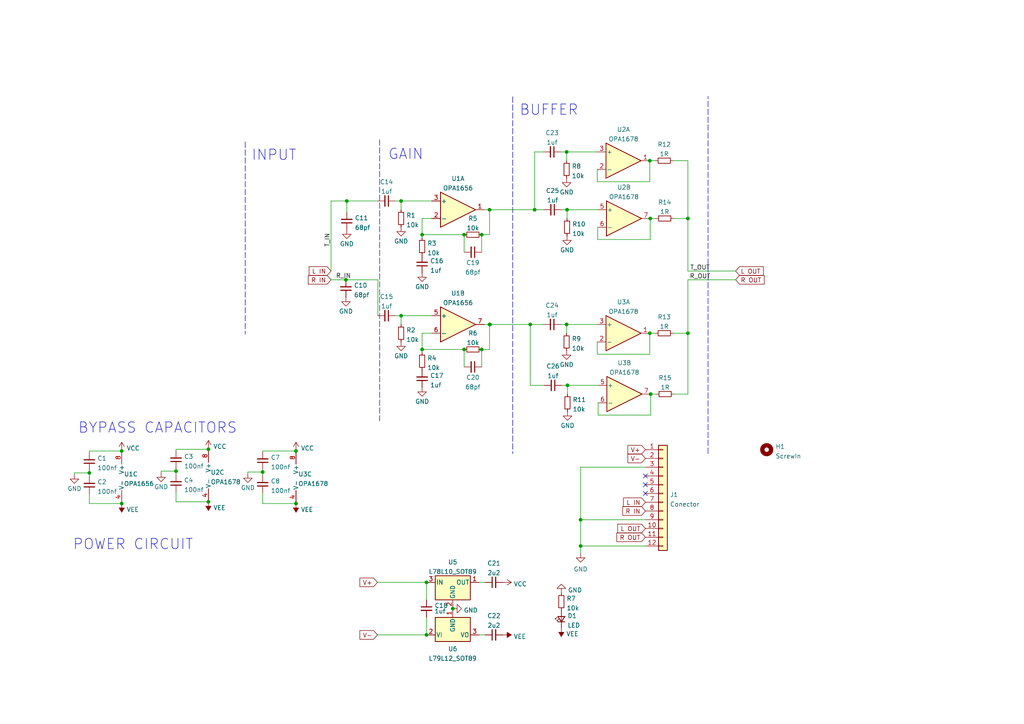
<source format=kicad_sch>
(kicad_sch (version 20211123) (generator eeschema)
  (paper "A4")
  (lib_symbols
    (symbol "Amplifier_Operational:OPA1678" (pin_names (offset 0.127))
      (property "Reference" "U" (at 0 5.08 0))
      (property "Value" "OPA1678" (at 0 -5.08 0))
      (symbol "OPA1678_1_1"
        (polyline (pts (xy -5.08 5.08) (xy 5.08 0) (xy -5.08 -5.08) (xy -5.08 5.08)) (stroke (width 0.254)) (fill (type background)))
        (pin output line (at 7.62 0 180) (length 2.54) (name "~") (number "1"))
        (pin input line (at -7.62 -2.54 0) (length 2.54) (name "-") (number "2"))
        (pin input line (at -7.62 2.54 0) (length 2.54) (name "+") (number "3"))
      )
      (symbol "OPA1678_2_1"
        (polyline (pts (xy -5.08 5.08) (xy 5.08 0) (xy -5.08 -5.08) (xy -5.08 5.08)) (stroke (width 0.254)) (fill (type background)))
        (pin input line (at -7.62 2.54 0) (length 2.54) (name "+") (number "5"))
        (pin input line (at -7.62 -2.54 0) (length 2.54) (name "-") (number "6"))
        (pin output line (at 7.62 0 180) (length 2.54) (name "~") (number "7"))
      )
      (symbol "OPA1678_3_1"
        (pin power_in line (at -2.54 -7.62 90) (length 3.81) (name "V-") (number "4"))
        (pin power_in line (at -2.54 7.62 270) (length 3.81) (name "V+") (number "8"))
      )
    )
    (symbol "Connector_Generic:Conn_01x12" (pin_names (offset 1.016) hide)
      (property "Reference" "J" (at 0 15.24 0))
      (property "Value" "Conn_01x12" (at 0 -17.78 0))
      (symbol "Conn_01x12_1_1"
        (rectangle (start -1.27 -15.113) (end 0 -15.367) (stroke (width 0.1524)))
        (rectangle (start -1.27 -12.573) (end 0 -12.827) (stroke (width 0.1524)))
        (rectangle (start -1.27 -10.033) (end 0 -10.287) (stroke (width 0.1524)))
        (rectangle (start -1.27 -7.493) (end 0 -7.747) (stroke (width 0.1524)))
        (rectangle (start -1.27 -4.953) (end 0 -5.207) (stroke (width 0.1524)))
        (rectangle (start -1.27 -2.413) (end 0 -2.667) (stroke (width 0.1524)))
        (rectangle (start -1.27 0.127) (end 0 -0.127) (stroke (width 0.1524)))
        (rectangle (start -1.27 2.667) (end 0 2.413) (stroke (width 0.1524)))
        (rectangle (start -1.27 5.207) (end 0 4.953) (stroke (width 0.1524)))
        (rectangle (start -1.27 7.747) (end 0 7.493) (stroke (width 0.1524)))
        (rectangle (start -1.27 10.287) (end 0 10.033) (stroke (width 0.1524)))
        (rectangle (start -1.27 12.827) (end 0 12.573) (stroke (width 0.1524)))
        (rectangle (start -1.27 13.97) (end 1.27 -16.51) (stroke (width 0.254)) (fill (type background)))
        (pin passive line (at -5.08 12.7 0) (length 3.81) (name "Pin_1") (number "1"))
        (pin passive line (at -5.08 -10.16 0) (length 3.81) (name "Pin_10") (number "10"))
        (pin passive line (at -5.08 -12.7 0) (length 3.81) (name "Pin_11") (number "11"))
        (pin passive line (at -5.08 -15.24 0) (length 3.81) (name "Pin_12") (number "12"))
        (pin passive line (at -5.08 10.16 0) (length 3.81) (name "Pin_2") (number "2"))
        (pin passive line (at -5.08 7.62 0) (length 3.81) (name "Pin_3") (number "3"))
        (pin passive line (at -5.08 5.08 0) (length 3.81) (name "Pin_4") (number "4"))
        (pin passive line (at -5.08 2.54 0) (length 3.81) (name "Pin_5") (number "5"))
        (pin passive line (at -5.08 0 0) (length 3.81) (name "Pin_6") (number "6"))
        (pin passive line (at -5.08 -2.54 0) (length 3.81) (name "Pin_7") (number "7"))
        (pin passive line (at -5.08 -5.08 0) (length 3.81) (name "Pin_8") (number "8"))
        (pin passive line (at -5.08 -7.62 0) (length 3.81) (name "Pin_9") (number "9"))
      )
    )
    (symbol "Device:C_Small" (pin_numbers hide) (pin_names (offset 0.254) hide)
      (property "Reference" "C" (at 0.254 1.778 0))
      (property "Value" "C_Small" (at 0.254 -2.032 0))
      (symbol "C_Small_0_1"
        (polyline (pts (xy -1.524 -0.508) (xy 1.524 -0.508)) (stroke (width 0.3302)))
        (polyline (pts (xy -1.524 0.508) (xy 1.524 0.508)) (stroke (width 0.3048)))
      )
      (symbol "C_Small_1_1"
        (pin passive line (at 0 2.54 270) (length 2.032) (name "~") (number "1"))
        (pin passive line (at 0 -2.54 90) (length 2.032) (name "~") (number "2"))
      )
    )
    (symbol "Device:LED_Small" (pin_numbers hide) (pin_names (offset 0.254) hide)
      (property "Reference" "D" (at -1.27 3.175 0))
      (property "Value" "LED_Small" (at -4.445 -2.54 0))
      (symbol "LED_Small_0_1"
        (polyline (pts (xy -0.762 -1.016) (xy -0.762 1.016)) (stroke (width 0.254)))
        (polyline (pts (xy 1.016 0) (xy -0.762 0)))
        (polyline (pts (xy 0.762 -1.016) (xy -0.762 0) (xy 0.762 1.016) (xy 0.762 -1.016)) (stroke (width 0.254)))
        (polyline (pts (xy 0 0.762) (xy -0.508 1.27) (xy -0.254 1.27) (xy -0.508 1.27) (xy -0.508 1.016)))
        (polyline (pts (xy 0.508 1.27) (xy 0 1.778) (xy 0.254 1.778) (xy 0 1.778) (xy 0 1.524)))
      )
      (symbol "LED_Small_1_1"
        (pin passive line (at -2.54 0 0) (length 1.778) (name "K") (number "1"))
        (pin passive line (at 2.54 0 180) (length 1.778) (name "A") (number "2"))
      )
    )
    (symbol "Device:R_Small" (pin_numbers hide) (pin_names (offset 0.254) hide)
      (property "Reference" "R" (at 0.762 0.508 0))
      (property "Value" "R_Small" (at 0.762 -1.016 0))
      (symbol "R_Small_0_1"
        (rectangle (start -0.762 1.778) (end 0.762 -1.778) (stroke (width 0.2032)))
      )
      (symbol "R_Small_1_1"
        (pin passive line (at 0 2.54 270) (length 0.762) (name "~") (number "1"))
        (pin passive line (at 0 -2.54 90) (length 0.762) (name "~") (number "2"))
      )
    )
    (symbol "Mechanical:MountingHole" (pin_names (offset 1.016))
      (property "Reference" "H" (at 0 5.08 0))
      (property "Value" "MountingHole" (at 0 3.175 0))
      (symbol "MountingHole_0_1"
        (circle (center 0 0) (radius 1.27) (stroke (width 1.27)))
      )
    )
    (symbol "Regulator_Linear:L78L10_SOT89" (pin_names (offset 0.254))
      (property "Reference" "U" (at -3.81 3.175 0))
      (property "Value" "L78L10_SOT89" (at -0.635 3.175 0))
      (symbol "L78L10_SOT89_0_1"
        (rectangle (start -5.08 1.905) (end 5.08 -5.08) (stroke (width 0.254)) (fill (type background)))
      )
      (symbol "L78L10_SOT89_1_1"
        (pin power_out line (at 7.62 0 180) (length 2.54) (name "OUT") (number "1"))
        (pin power_in line (at 0 -7.62 90) (length 2.54) (name "GND") (number "2"))
        (pin power_in line (at -7.62 0 0) (length 2.54) (name "IN") (number "3"))
      )
    )
    (symbol "Regulator_Linear:L79L12_SOT89" (pin_names (offset 0.254))
      (property "Reference" "U" (at -3.81 -3.175 0))
      (property "Value" "L79L12_SOT89" (at 0 -3.175 0))
      (symbol "L79L12_SOT89_0_1"
        (rectangle (start -5.08 5.08) (end 5.08 -1.905) (stroke (width 0.254)) (fill (type background)))
      )
      (symbol "L79L12_SOT89_1_1"
        (pin power_in line (at 0 7.62 270) (length 2.54) (name "GND") (number "1"))
        (pin power_in line (at -7.62 0 0) (length 2.54) (name "VI") (number "2"))
        (pin power_out line (at 7.62 0 180) (length 2.54) (name "VO") (number "3"))
      )
    )
    (symbol "power:GND" (power) (pin_names (offset 0))
      (property "Value" "GND" (at 0 -3.81 0))
      (symbol "GND_0_1"
        (polyline (pts (xy 0 0) (xy 0 -1.27) (xy 1.27 -1.27) (xy 0 -2.54) (xy -1.27 -1.27) (xy 0 -1.27)))
      )
      (symbol "GND_1_1"
        (pin power_in line (at 0 0 270) (length 0) hide (name "GND") (number "1"))
      )
    )
    (symbol "power:VCC" (power) (pin_names (offset 0))
      (property "Value" "VCC" (at 0 3.81 0))
      (symbol "VCC_0_1"
        (polyline (pts (xy -0.762 1.27) (xy 0 2.54)))
        (polyline (pts (xy 0 0) (xy 0 2.54)))
        (polyline (pts (xy 0 2.54) (xy 0.762 1.27)))
      )
      (symbol "VCC_1_1"
        (pin power_in line (at 0 0 90) (length 0) hide (name "VCC") (number "1"))
      )
    )
    (symbol "power:VEE" (power) (pin_names (offset 0))
      (property "Value" "VEE" (at 0 3.81 0))
      (symbol "VEE_0_1"
        (polyline (pts (xy 0 0) (xy 0 2.54)))
        (polyline (pts (xy 0.762 1.27) (xy -0.762 1.27) (xy 0 2.54) (xy 0.762 1.27)) (fill (type outline)))
      )
      (symbol "VEE_1_1"
        (pin power_in line (at 0 0 90) (length 0) hide (name "VEE") (number "1"))
      )
    )
  )
  (junction (at 164.338 44.069))
  (junction (at 139.7 101.346))
  (junction (at 60.452 145.542))
  (junction (at 100.584 58.293))
  (junction (at 122.428 68.072))
  (junction (at 60.452 130.302))
  (junction (at 85.852 130.81))
  (junction (at 35.306 146.05))
  (junction (at 168.402 158.369))
  (junction (at 139.7 68.072))
  (junction (at 51.054 136.652))
  (junction (at 141.986 60.833))
  (junction (at 116.332 58.293))
  (junction (at 35.306 130.81))
  (junction (at 142.113 94.107))
  (junction (at 199.517 63.373))
  (junction (at 164.338 94.107))
  (junction (at 100.33 81.153))
  (junction (at 25.908 137.16))
  (junction (at 85.852 146.05))
  (junction (at 199.517 96.647))
  (junction (at 116.332 91.567))
  (junction (at 188.722 114.3))
  (junction (at 168.402 150.749))
  (junction (at 164.592 111.76))
  (junction (at 134.62 68.072))
  (junction (at 123.698 168.91))
  (junction (at 188.468 96.647))
  (junction (at 122.428 101.346))
  (junction (at 164.465 60.833))
  (junction (at 153.797 94.107))
  (junction (at 134.62 101.346))
  (junction (at 131.318 176.53))
  (junction (at 188.468 46.609))
  (junction (at 155.067 60.833))
  (junction (at 141.986 94.107))
  (junction (at 76.2 136.906))
  (junction (at 188.595 63.373))
  (junction (at 123.698 184.15))
  (no_connect (at 187.198 140.589))
  (no_connect (at 187.198 138.049))
  (no_connect (at 187.198 143.129))
  (wire (pts (xy 51.054 145.542) (xy 60.452 145.542)))
  (wire (pts (xy 153.797 94.107) (xy 157.607 94.107)))
  (polyline (pts (xy 148.717 28.067) (xy 148.717 131.572)))
  (wire (pts (xy 46.736 137.16) (xy 46.736 136.652)))
  (wire (pts (xy 213.36 78.613) (xy 199.517 78.613)))
  (wire (pts (xy 173.355 69.469) (xy 188.595 69.469)))
  (polyline (pts (xy 71.12 41.148) (xy 71.12 96.901)))
  (wire (pts (xy 162.687 44.069) (xy 164.338 44.069)))
  (wire (pts (xy 122.428 68.961) (xy 122.428 68.072)))
  (wire (pts (xy 164.592 111.76) (xy 164.592 114.3)))
  (wire (pts (xy 142.113 94.107) (xy 153.797 94.107)))
  (wire (pts (xy 123.698 179.07) (xy 123.698 184.15)))
  (wire (pts (xy 157.861 111.76) (xy 153.797 111.76)))
  (wire (pts (xy 96.012 58.293) (xy 96.012 78.613)))
  (wire (pts (xy 173.228 99.187) (xy 173.228 102.743)))
  (wire (pts (xy 164.592 111.76) (xy 173.482 111.76)))
  (wire (pts (xy 76.2 136.906) (xy 76.2 137.922)))
  (wire (pts (xy 199.517 114.3) (xy 195.453 114.3)))
  (wire (pts (xy 199.517 63.373) (xy 199.517 78.613)))
  (wire (pts (xy 173.228 52.705) (xy 188.468 52.705)))
  (wire (pts (xy 188.595 69.469) (xy 188.595 63.373)))
  (wire (pts (xy 122.428 101.346) (xy 134.62 101.346)))
  (wire (pts (xy 116.332 91.567) (xy 125.222 91.567)))
  (wire (pts (xy 188.468 96.647) (xy 190.119 96.647)))
  (wire (pts (xy 141.986 101.346) (xy 141.986 94.107)))
  (wire (pts (xy 199.517 96.647) (xy 199.517 114.3)))
  (wire (pts (xy 25.908 137.16) (xy 25.908 138.176)))
  (wire (pts (xy 173.228 49.149) (xy 173.228 52.705)))
  (wire (pts (xy 25.908 136.398) (xy 25.908 137.16)))
  (wire (pts (xy 109.601 91.567) (xy 109.601 81.153)))
  (wire (pts (xy 25.908 143.256) (xy 25.908 146.05)))
  (wire (pts (xy 213.36 81.153) (xy 199.517 81.153)))
  (wire (pts (xy 164.465 60.833) (xy 164.465 63.373)))
  (wire (pts (xy 141.986 68.072) (xy 141.986 60.833)))
  (wire (pts (xy 51.054 142.748) (xy 51.054 145.542)))
  (wire (pts (xy 76.2 146.05) (xy 85.852 146.05)))
  (wire (pts (xy 173.228 102.743) (xy 188.468 102.743)))
  (wire (pts (xy 139.7 68.072) (xy 139.7 73.152)))
  (wire (pts (xy 188.468 52.705) (xy 188.468 46.609)))
  (wire (pts (xy 168.402 150.749) (xy 187.198 150.749)))
  (wire (pts (xy 71.882 137.414) (xy 71.882 136.906)))
  (wire (pts (xy 123.698 184.15) (xy 109.474 184.15)))
  (wire (pts (xy 141.986 60.833) (xy 155.067 60.833)))
  (wire (pts (xy 168.402 135.509) (xy 168.402 150.749)))
  (wire (pts (xy 173.482 116.84) (xy 173.482 120.396)))
  (polyline (pts (xy 110.109 40.513) (xy 110.109 122.047)))
  (wire (pts (xy 96.012 81.153) (xy 100.33 81.153)))
  (wire (pts (xy 122.428 68.072) (xy 122.428 63.373)))
  (polyline (pts (xy 205.359 131.572) (xy 205.359 27.94)))
  (wire (pts (xy 76.2 130.81) (xy 85.852 130.81)))
  (wire (pts (xy 122.428 101.346) (xy 122.428 96.647)))
  (wire (pts (xy 164.338 94.107) (xy 173.228 94.107)))
  (wire (pts (xy 21.59 137.16) (xy 25.908 137.16)))
  (wire (pts (xy 100.584 58.293) (xy 96.012 58.293)))
  (wire (pts (xy 188.468 102.743) (xy 188.468 96.647)))
  (wire (pts (xy 51.054 130.302) (xy 60.452 130.302)))
  (wire (pts (xy 100.33 81.153) (xy 109.601 81.153)))
  (wire (pts (xy 162.687 94.107) (xy 164.338 94.107)))
  (wire (pts (xy 71.882 136.906) (xy 76.2 136.906)))
  (wire (pts (xy 100.584 58.293) (xy 109.601 58.293)))
  (wire (pts (xy 122.428 102.235) (xy 122.428 101.346)))
  (wire (pts (xy 25.908 130.81) (xy 35.306 130.81)))
  (wire (pts (xy 21.59 137.668) (xy 21.59 137.16)))
  (wire (pts (xy 114.681 58.293) (xy 116.332 58.293)))
  (wire (pts (xy 168.402 150.749) (xy 168.402 158.369)))
  (wire (pts (xy 123.698 168.91) (xy 123.698 173.99)))
  (wire (pts (xy 153.797 111.76) (xy 153.797 94.107)))
  (wire (pts (xy 76.2 136.144) (xy 76.2 136.906)))
  (wire (pts (xy 139.7 101.346) (xy 141.986 101.346)))
  (wire (pts (xy 25.908 131.318) (xy 25.908 130.81)))
  (wire (pts (xy 138.938 184.15) (xy 140.716 184.15)))
  (wire (pts (xy 195.199 96.647) (xy 199.517 96.647)))
  (wire (pts (xy 188.722 120.396) (xy 188.722 114.3)))
  (wire (pts (xy 51.054 130.81) (xy 51.054 130.302)))
  (wire (pts (xy 141.986 94.107) (xy 140.462 94.107)))
  (wire (pts (xy 155.067 44.069) (xy 155.067 60.833)))
  (wire (pts (xy 122.428 96.647) (xy 125.222 96.647)))
  (wire (pts (xy 162.814 60.833) (xy 164.465 60.833)))
  (wire (pts (xy 122.428 68.072) (xy 134.62 68.072)))
  (wire (pts (xy 164.338 44.069) (xy 164.338 46.609)))
  (wire (pts (xy 195.199 46.609) (xy 199.517 46.609)))
  (wire (pts (xy 168.402 158.369) (xy 187.198 158.369)))
  (wire (pts (xy 187.198 135.509) (xy 168.402 135.509)))
  (wire (pts (xy 188.722 114.3) (xy 190.373 114.3)))
  (wire (pts (xy 139.7 68.072) (xy 141.986 68.072)))
  (wire (pts (xy 173.355 65.913) (xy 173.355 69.469)))
  (wire (pts (xy 164.338 44.069) (xy 173.228 44.069)))
  (wire (pts (xy 164.465 60.833) (xy 173.355 60.833)))
  (wire (pts (xy 123.698 168.91) (xy 109.474 168.91)))
  (wire (pts (xy 199.517 81.153) (xy 199.517 96.647)))
  (wire (pts (xy 188.468 46.609) (xy 190.119 46.609)))
  (wire (pts (xy 76.2 131.064) (xy 76.2 130.81)))
  (wire (pts (xy 164.338 94.107) (xy 164.338 96.647)))
  (wire (pts (xy 173.482 120.396) (xy 188.722 120.396)))
  (wire (pts (xy 157.607 44.069) (xy 155.067 44.069)))
  (wire (pts (xy 168.402 158.369) (xy 168.402 160.528)))
  (wire (pts (xy 116.332 58.293) (xy 125.222 58.293)))
  (wire (pts (xy 51.054 135.89) (xy 51.054 136.652)))
  (wire (pts (xy 138.938 168.91) (xy 140.716 168.91)))
  (wire (pts (xy 141.986 60.833) (xy 140.462 60.833)))
  (wire (pts (xy 46.736 136.652) (xy 51.054 136.652)))
  (wire (pts (xy 195.326 63.373) (xy 199.517 63.373)))
  (wire (pts (xy 134.62 68.072) (xy 134.62 73.152)))
  (wire (pts (xy 51.054 136.652) (xy 51.054 137.668)))
  (wire (pts (xy 100.584 61.595) (xy 100.584 58.293)))
  (wire (pts (xy 134.62 101.346) (xy 134.62 106.426)))
  (wire (pts (xy 25.908 146.05) (xy 35.306 146.05)))
  (wire (pts (xy 114.681 91.567) (xy 116.332 91.567)))
  (wire (pts (xy 139.7 101.346) (xy 139.7 106.426)))
  (wire (pts (xy 162.941 111.76) (xy 164.592 111.76)))
  (wire (pts (xy 116.332 58.293) (xy 116.332 60.833)))
  (wire (pts (xy 122.428 63.373) (xy 125.222 63.373)))
  (wire (pts (xy 199.517 46.609) (xy 199.517 63.373)))
  (wire (pts (xy 188.595 63.373) (xy 190.246 63.373)))
  (wire (pts (xy 116.332 91.567) (xy 116.332 94.107)))
  (wire (pts (xy 76.2 143.002) (xy 76.2 146.05)))
  (wire (pts (xy 155.067 60.833) (xy 157.734 60.833)))
  (text "INPUT" (at 72.898 46.863 0) (effects (font (size 3 3)) (justify left bottom)))
  (text "POWER CIRCUIT" (at 21.082 159.766 0) (effects (font (size 3 3)) (justify left bottom)))
  (text "GAIN" (at 112.522 46.609 0) (effects (font (size 3 3)) (justify left bottom)))
  (text "BUFFER" (at 150.622 33.782 0) (effects (font (size 3 3)) (justify left bottom)))
  (text "BYPASS CAPACITORS\n" (at 22.606 125.984 0) (effects (font (size 3 3)) (justify left bottom)))
  (label "T_OUT" (at 200.152 78.613 0))
  (label "R_OUT" (at 200.025 81.153 0))
  (label "R_IN" (at 97.409 81.026 0))
  (label "T_IN" (at 96.012 71.628 90))
  (global_label "V+" (shape input) (at 109.474 168.91 180) (property "Intersheet References" "${INTERSHEET_REFS}" (effects hide)))
  (global_label "L IN" (shape input) (at 187.198 145.669 180) (property "Intersheet References" "${INTERSHEET_REFS}" (effects hide)))
  (global_label "V-" (shape input) (at 109.474 184.15 180) (property "Intersheet References" "${INTERSHEET_REFS}" (effects hide)))
  (global_label "L OUT" (shape input) (at 187.198 153.289 180) (property "Intersheet References" "${INTERSHEET_REFS}" (effects hide)))
  (global_label "R IN" (shape input) (at 187.198 148.209 180) (property "Intersheet References" "${INTERSHEET_REFS}" (effects hide)))
  (global_label "L IN" (shape input) (at 96.012 78.613 180) (property "Intersheet References" "${INTERSHEET_REFS}" (effects hide)))
  (global_label "V+" (shape input) (at 187.198 130.429 180) (property "Intersheet References" "${INTERSHEET_REFS}" (effects hide)))
  (global_label "V-" (shape input) (at 187.198 132.969 180) (property "Intersheet References" "${INTERSHEET_REFS}" (effects hide)))
  (global_label "R OUT" (shape input) (at 213.36 81.153 0) (property "Intersheet References" "${INTERSHEET_REFS}" (effects hide)))
  (global_label "L OUT" (shape input) (at 213.36 78.613 0) (property "Intersheet References" "${INTERSHEET_REFS}" (effects hide)))
  (global_label "R OUT" (shape input) (at 187.198 155.829 180) (property "Intersheet References" "${INTERSHEET_REFS}" (effects hide)))
  (global_label "R IN" (shape input) (at 96.012 81.153 180) (property "Intersheet References" "${INTERSHEET_REFS}" (effects hide)))
  (symbol (lib_id "Device:C_Small") (at 25.908 133.858 180) (unit 1)
    (property "Reference" "C1" (at 28.2321 132.9431 0) (effects (justify right)))
    (property "Value" "100nf" (at 28.2321 135.7182 0) (effects (justify right)))
    (property "Footprint" "Capacitor_SMD:C_1206_3216Metric_Pad1.33x1.80mm_HandSolder" (effects hide))
  )
  (symbol (lib_id "Device:R_Small") (at 116.332 96.647 180) (unit 1)
    (property "Reference" "R2" (at 117.8306 95.7385 0) (effects (justify right)))
    (property "Value" "10k" (at 117.8306 98.5136 0) (effects (justify right)))
    (property "Footprint" "Resistor_SMD:R_0603_1608Metric_Pad0.98x0.95mm_HandSolder" (effects hide))
  )
  (symbol (lib_id "Mechanical:MountingHole") (at 222.377 130.429 0) (unit 1)
    (property "Reference" "H1" (at 224.917 129.5205 0) (effects (justify left)))
    (property "Value" "ScrewIn" (at 224.917 132.2956 0) (effects (justify left)))
    (property "Footprint" "MountingHole:MountingHole_3.2mm_M3" (effects hide))
  )
  (symbol (lib_id "Amplifier_Operational:OPA1678") (at 88.392 138.43 0) (unit 3)
    (property "Reference" "U3" (at 86.487 137.5215 0) (effects (justify left)))
    (property "Value" "OPA1678" (at 86.487 140.2966 0) (effects (justify left)))
    (property "Footprint" "Package_SO:SOIC-8-1EP_3.9x4.9mm_P1.27mm_EP2.29x3mm" (effects hide))
    (property "Datasheet" "http://www.ti.com/lit/ds/symlink/opa1678.pdf" (effects hide))
  )
  (symbol (lib_id "Regulator_Linear:L79L12_SOT89") (at 131.318 184.15 0) (unit 1)
    (property "Reference" "U6" (at 131.318 188.2045 0))
    (property "Value" "L79L12_SOT89" (at 131.318 190.9796 0))
    (property "Footprint" "Package_TO_SOT_SMD:SOT-89-3" (effects hide))
    (property "Datasheet" "http://www.farnell.com/datasheets/1827870.pdf" (effects hide))
  )
  (symbol (lib_id "Device:C_Small") (at 112.141 91.567 270) (unit 1)
    (property "Reference" "C15" (at 112.1346 86.0384 90))
    (property "Value" "1uf" (at 112.1346 88.8135 90))
    (property "Footprint" "Capacitor_SMD:C_1206_3216Metric_Pad1.33x1.80mm_HandSolder" (effects hide))
  )
  (symbol (lib_id "Device:C_Small") (at 160.147 44.069 270) (unit 1)
    (property "Reference" "C23" (at 160.1406 38.5404 90))
    (property "Value" "1uf" (at 160.1406 41.3155 90))
    (property "Footprint" "Capacitor_SMD:C_1206_3216Metric_Pad1.33x1.80mm_HandSolder" (effects hide))
  )
  (symbol (lib_id "Device:R_Small") (at 137.16 68.072 90) (unit 1)
    (property "Reference" "R5" (at 137.16 63.3689 90))
    (property "Value" "10k" (at 137.16 66.144 90))
    (property "Footprint" "Resistor_SMD:R_0603_1608Metric_Pad0.98x0.95mm_HandSolder" (effects hide))
  )
  (symbol (lib_id "power:VCC") (at 85.852 130.81 0) (unit 1)
    (property "Reference" "#PWR0104" (effects hide))
    (property "Value" "VCC" (at 87.249 130.019 0) (effects (justify left)))
  )
  (symbol (lib_id "Device:C_Small") (at 112.141 58.293 270) (unit 1)
    (property "Reference" "C14" (at 112.1346 52.7644 90))
    (property "Value" "1uf" (at 112.1346 55.5395 90))
    (property "Footprint" "Capacitor_SMD:C_1206_3216Metric_Pad1.33x1.80mm_HandSolder" (effects hide))
  )
  (symbol (lib_id "Device:R_Small") (at 192.659 96.647 90) (unit 1)
    (property "Reference" "R13" (at 192.659 91.9439 90))
    (property "Value" "1R" (at 192.659 94.719 90))
    (property "Footprint" "Resistor_SMD:R_0603_1608Metric_Pad0.98x0.95mm_HandSolder" (effects hide))
  )
  (symbol (lib_id "Device:C_Small") (at 160.274 60.833 270) (unit 1)
    (property "Reference" "C25" (at 160.2676 55.3044 90))
    (property "Value" "1uf" (at 160.2676 58.0795 90))
    (property "Footprint" "Capacitor_SMD:C_1206_3216Metric_Pad1.33x1.80mm_HandSolder" (effects hide))
  )
  (symbol (lib_id "Amplifier_Operational:OPA1678") (at 37.846 138.43 0) (unit 3)
    (property "Reference" "U1" (at 35.941 137.5215 0) (effects (justify left)))
    (property "Value" "OPA1656" (at 35.941 140.2966 0) (effects (justify left)))
    (property "Footprint" "Package_SO:SOIC-8-1EP_3.9x4.9mm_P1.27mm_EP2.29x3mm" (effects hide))
    (property "Datasheet" "http://www.ti.com/lit/ds/symlink/opa1678.pdf" (effects hide))
  )
  (symbol (lib_id "Device:C_Small") (at 137.16 73.152 270) (unit 1)
    (property "Reference" "C19" (at 137.16 76.2 90))
    (property "Value" "68pf" (at 137.16 78.9751 90))
    (property "Footprint" "Capacitor_SMD:C_1206_3216Metric_Pad1.33x1.80mm_HandSolder" (effects hide))
  )
  (symbol (lib_id "power:GND") (at 100.33 86.233 0) (unit 1)
    (property "Reference" "#PWR0125" (effects hide))
    (property "Value" "GND" (at 98.298 90.297 0) (effects (justify left)))
  )
  (symbol (lib_id "Connector_Generic:Conn_01x12") (at 192.278 143.129 0) (unit 1)
    (property "Reference" "J1" (at 194.31 143.4905 0) (effects (justify left)))
    (property "Value" "Conector" (at 194.31 146.2656 0) (effects (justify left)))
    (property "Footprint" "TSD MIXER FOOTPRINTS:PinHeader_2x12_P2.54mm_Vertical" (effects hide))
  )
  (symbol (lib_id "power:GND") (at 164.592 119.38 0) (unit 1)
    (property "Reference" "#PWR0111" (effects hide))
    (property "Value" "GND" (at 162.56 123.444 0) (effects (justify left)))
  )
  (symbol (lib_id "Device:R_Small") (at 192.786 63.373 90) (unit 1)
    (property "Reference" "R14" (at 192.786 58.6699 90))
    (property "Value" "1R" (at 192.786 61.445 90))
    (property "Footprint" "Resistor_SMD:R_0603_1608Metric_Pad0.98x0.95mm_HandSolder" (effects hide))
  )
  (symbol (lib_id "power:VCC") (at 145.796 168.91 270) (unit 1)
    (property "Reference" "#PWR0107" (effects hide))
    (property "Value" "VCC" (at 148.971 169.389 90) (effects (justify left)))
  )
  (symbol (lib_id "power:GND") (at 71.882 137.414 0) (unit 1)
    (property "Reference" "#PWR0102" (effects hide))
    (property "Value" "GND" (at 69.85 141.478 0) (effects (justify left)))
  )
  (symbol (lib_id "Device:C_Small") (at 160.147 94.107 270) (unit 1)
    (property "Reference" "C24" (at 160.1406 88.5784 90))
    (property "Value" "1uf" (at 160.1406 91.3535 90))
    (property "Footprint" "Capacitor_SMD:C_1206_3216Metric_Pad1.33x1.80mm_HandSolder" (effects hide))
  )
  (symbol (lib_id "Device:R_Small") (at 164.592 116.84 180) (unit 1)
    (property "Reference" "R11" (at 166.0906 115.9315 0) (effects (justify right)))
    (property "Value" "10k" (at 166.0906 118.7066 0) (effects (justify right)))
    (property "Footprint" "Resistor_SMD:R_0603_1608Metric_Pad0.98x0.95mm_HandSolder" (effects hide))
  )
  (symbol (lib_id "Device:R_Small") (at 137.16 101.346 90) (unit 1)
    (property "Reference" "R6" (at 137.16 96.6429 90))
    (property "Value" "10k" (at 137.16 99.418 90))
    (property "Footprint" "Resistor_SMD:R_0603_1608Metric_Pad0.98x0.95mm_HandSolder" (effects hide))
  )
  (symbol (lib_id "Device:C_Small") (at 122.428 109.855 180) (unit 1)
    (property "Reference" "C17" (at 124.7521 108.9401 0) (effects (justify right)))
    (property "Value" "1uf" (at 124.7521 111.7152 0) (effects (justify right)))
    (property "Footprint" "Capacitor_SMD:C_1206_3216Metric_Pad1.33x1.80mm_HandSolder" (effects hide))
  )
  (symbol (lib_id "Amplifier_Operational:OPA1678") (at 132.842 60.833 0) (unit 1)
    (property "Reference" "U1" (at 132.842 51.7865 0))
    (property "Value" "OPA1656" (at 132.842 54.5616 0))
    (property "Footprint" "Package_SO:SOIC-8-1EP_3.9x4.9mm_P1.27mm_EP2.29x3mm" (effects hide))
    (property "Datasheet" "http://www.ti.com/lit/ds/symlink/opa1678.pdf" (effects hide))
  )
  (symbol (lib_id "Device:R_Small") (at 164.338 99.187 180) (unit 1)
    (property "Reference" "R9" (at 165.8366 98.2785 0) (effects (justify right)))
    (property "Value" "10k" (at 165.8366 101.0536 0) (effects (justify right)))
    (property "Footprint" "Resistor_SMD:R_0603_1608Metric_Pad0.98x0.95mm_HandSolder" (effects hide))
  )
  (symbol (lib_id "power:GND") (at 131.318 176.53 90) (unit 1)
    (property "Reference" "#PWR0105" (effects hide))
    (property "Value" "GND" (at 134.493 177.009 90) (effects (justify right)))
  )
  (symbol (lib_id "Amplifier_Operational:OPA1678") (at 180.975 63.373 0) (unit 2)
    (property "Reference" "U2" (at 180.975 54.3265 0))
    (property "Value" "OPA1678" (at 180.975 57.1016 0))
    (property "Footprint" "Package_SO:SOIC-8-1EP_3.9x4.9mm_P1.27mm_EP2.29x3mm" (effects hide))
    (property "Datasheet" "http://www.ti.com/lit/ds/symlink/opa1678.pdf" (effects hide))
  )
  (symbol (lib_id "Device:R_Small") (at 164.465 65.913 180) (unit 1)
    (property "Reference" "R10" (at 165.9636 65.0045 0) (effects (justify right)))
    (property "Value" "10k" (at 165.9636 67.7796 0) (effects (justify right)))
    (property "Footprint" "Resistor_SMD:R_0603_1608Metric_Pad0.98x0.95mm_HandSolder" (effects hide))
  )
  (symbol (lib_id "Device:R_Small") (at 192.659 46.609 90) (unit 1)
    (property "Reference" "R12" (at 192.659 41.9059 90))
    (property "Value" "1R" (at 192.659 44.681 90))
    (property "Footprint" "Resistor_SMD:R_0603_1608Metric_Pad0.98x0.95mm_HandSolder" (effects hide))
  )
  (symbol (lib_id "power:GND") (at 164.465 68.453 0) (unit 1)
    (property "Reference" "#PWR0119" (effects hide))
    (property "Value" "GND" (at 162.433 72.517 0) (effects (justify left)))
  )
  (symbol (lib_id "Device:C_Small") (at 137.16 106.426 270) (unit 1)
    (property "Reference" "C20" (at 137.16 109.474 90))
    (property "Value" "68pf" (at 137.16 112.2491 90))
    (property "Footprint" "Capacitor_SMD:C_1206_3216Metric_Pad1.33x1.80mm_HandSolder" (effects hide))
  )
  (symbol (lib_id "Device:R_Small") (at 162.814 174.498 0) (unit 1)
    (property "Reference" "R7" (at 164.3126 173.5895 0) (effects (justify left)))
    (property "Value" "10k" (at 164.3126 176.3646 0) (effects (justify left)))
    (property "Footprint" "Resistor_SMD:R_0603_1608Metric_Pad0.98x0.95mm_HandSolder" (effects hide))
  )
  (symbol (lib_id "power:GND") (at 168.402 160.528 0) (unit 1)
    (property "Reference" "#PWR0106" (effects hide))
    (property "Value" "GND" (at 168.402 165.0905 0))
  )
  (symbol (lib_id "Amplifier_Operational:OPA1678") (at 180.848 46.609 0) (unit 1)
    (property "Reference" "U2" (at 180.848 37.5625 0))
    (property "Value" "OPA1678" (at 180.848 40.3376 0))
    (property "Footprint" "Package_SO:SOIC-8-1EP_3.9x4.9mm_P1.27mm_EP2.29x3mm" (effects hide))
    (property "Datasheet" "http://www.ti.com/lit/ds/symlink/opa1678.pdf" (effects hide))
  )
  (symbol (lib_id "Device:C_Small") (at 122.428 76.581 180) (unit 1)
    (property "Reference" "C16" (at 124.7521 75.6661 0) (effects (justify right)))
    (property "Value" "1uf" (at 124.7521 78.4412 0) (effects (justify right)))
    (property "Footprint" "Capacitor_SMD:C_1206_3216Metric_Pad1.33x1.80mm_HandSolder" (effects hide))
  )
  (symbol (lib_id "Device:C_Small") (at 123.698 176.53 0) (unit 1)
    (property "Reference" "C18" (at 126.0221 175.6278 0) (effects (justify left)))
    (property "Value" "1uf" (at 125.984 177.292 0) (effects (justify left)))
    (property "Footprint" "Capacitor_SMD:C_1206_3216Metric_Pad1.33x1.80mm_HandSolder" (effects hide))
  )
  (symbol (lib_id "power:VEE") (at 60.452 145.542 180) (unit 1)
    (property "Reference" "#PWR0103" (effects hide))
    (property "Value" "VEE" (at 61.849 147.291 0) (effects (justify right)))
  )
  (symbol (lib_id "Device:R_Small") (at 122.428 104.775 0) (unit 1)
    (property "Reference" "R4" (at 123.9266 103.8665 0) (effects (justify left)))
    (property "Value" "10k" (at 123.9266 106.6416 0) (effects (justify left)))
    (property "Footprint" "Resistor_SMD:R_0603_1608Metric_Pad0.98x0.95mm_HandSolder" (effects hide))
  )
  (symbol (lib_id "power:VEE") (at 162.814 182.118 180) (unit 1)
    (property "Reference" "#PWR0108" (effects hide))
    (property "Value" "VEE" (at 164.211 183.867 0) (effects (justify right)))
  )
  (symbol (lib_id "power:VEE") (at 35.306 146.05 180) (unit 1)
    (property "Reference" "#PWR0115" (effects hide))
    (property "Value" "VEE" (at 36.703 147.799 0) (effects (justify right)))
  )
  (symbol (lib_id "Device:LED_Small") (at 162.814 179.578 90) (unit 1)
    (property "Reference" "D1" (at 164.592 178.606 90) (effects (justify right)))
    (property "Value" "LED" (at 164.592 181.3811 90) (effects (justify right)))
    (property "Footprint" "Diode_SMD:D_0201_0603Metric_Pad0.64x0.40mm_HandSolder" (effects hide))
  )
  (symbol (lib_id "power:GND") (at 46.736 137.16 0) (unit 1)
    (property "Reference" "#PWR0114" (effects hide))
    (property "Value" "GND" (at 44.704 141.224 0) (effects (justify left)))
  )
  (symbol (lib_id "power:VCC") (at 35.306 130.81 0) (unit 1)
    (property "Reference" "#PWR0112" (effects hide))
    (property "Value" "VCC" (at 36.703 130.019 0) (effects (justify left)))
  )
  (symbol (lib_id "Device:C_Small") (at 51.054 140.208 180) (unit 1)
    (property "Reference" "C4" (at 53.3781 139.2931 0) (effects (justify right)))
    (property "Value" "100nf" (at 53.3781 142.0682 0) (effects (justify right)))
    (property "Footprint" "Capacitor_SMD:C_1206_3216Metric_Pad1.33x1.80mm_HandSolder" (effects hide))
  )
  (symbol (lib_id "Amplifier_Operational:OPA1678") (at 180.848 96.647 0) (unit 1)
    (property "Reference" "U3" (at 180.848 87.6005 0))
    (property "Value" "OPA1678" (at 180.848 90.3756 0))
    (property "Footprint" "Package_SO:SOIC-8-1EP_3.9x4.9mm_P1.27mm_EP2.29x3mm" (effects hide))
    (property "Datasheet" "http://www.ti.com/lit/ds/symlink/opa1678.pdf" (effects hide))
  )
  (symbol (lib_id "power:VCC") (at 60.452 130.302 0) (unit 1)
    (property "Reference" "#PWR0113" (effects hide))
    (property "Value" "VCC" (at 61.849 129.511 0) (effects (justify left)))
  )
  (symbol (lib_id "Amplifier_Operational:OPA1678") (at 62.992 137.922 0) (unit 3)
    (property "Reference" "U2" (at 61.087 137.0135 0) (effects (justify left)))
    (property "Value" "OPA1678" (at 61.087 139.7886 0) (effects (justify left)))
    (property "Footprint" "Package_SO:SOIC-8-1EP_3.9x4.9mm_P1.27mm_EP2.29x3mm" (effects hide))
    (property "Datasheet" "http://www.ti.com/lit/ds/symlink/opa1678.pdf" (effects hide))
  )
  (symbol (lib_id "power:GND") (at 122.428 112.395 0) (unit 1)
    (property "Reference" "#PWR0120" (effects hide))
    (property "Value" "GND" (at 120.396 116.459 0) (effects (justify left)))
  )
  (symbol (lib_id "Device:C_Small") (at 76.2 133.604 180) (unit 1)
    (property "Reference" "C7" (at 78.5241 132.6891 0) (effects (justify right)))
    (property "Value" "100nf" (at 78.5241 135.4642 0) (effects (justify right)))
    (property "Footprint" "Capacitor_SMD:C_1206_3216Metric_Pad1.33x1.80mm_HandSolder" (effects hide))
  )
  (symbol (lib_id "power:GND") (at 21.59 137.668 0) (unit 1)
    (property "Reference" "#PWR0116" (effects hide))
    (property "Value" "GND" (at 19.558 141.732 0) (effects (justify left)))
  )
  (symbol (lib_id "power:GND") (at 162.814 171.958 180) (unit 1)
    (property "Reference" "#PWR0109" (effects hide))
    (property "Value" "GND" (at 164.719 171.167 0) (effects (justify right)))
  )
  (symbol (lib_id "Device:C_Small") (at 76.2 140.462 180) (unit 1)
    (property "Reference" "C8" (at 78.5241 139.5471 0) (effects (justify right)))
    (property "Value" "100nf" (at 78.5241 142.3222 0) (effects (justify right)))
    (property "Footprint" "Capacitor_SMD:C_1206_3216Metric_Pad1.33x1.80mm_HandSolder" (effects hide))
  )
  (symbol (lib_id "Device:C_Small") (at 143.256 168.91 90) (unit 1)
    (property "Reference" "C21" (at 143.2623 163.3814 90))
    (property "Value" "2u2" (at 143.2623 166.1565 90))
    (property "Footprint" "Capacitor_SMD:C_1206_3216Metric_Pad1.33x1.80mm_HandSolder" (effects hide))
  )
  (symbol (lib_id "Device:C_Small") (at 100.33 83.693 180) (unit 1)
    (property "Reference" "C10" (at 102.6541 82.7781 0) (effects (justify right)))
    (property "Value" "68pf" (at 102.6541 85.5532 0) (effects (justify right)))
    (property "Footprint" "Capacitor_SMD:C_1206_3216Metric_Pad1.33x1.80mm_HandSolder" (effects hide))
  )
  (symbol (lib_id "Device:R_Small") (at 116.332 63.373 180) (unit 1)
    (property "Reference" "R1" (at 117.8306 62.4645 0) (effects (justify right)))
    (property "Value" "10k" (at 117.8306 65.2396 0) (effects (justify right)))
    (property "Footprint" "Resistor_SMD:R_0603_1608Metric_Pad0.98x0.95mm_HandSolder" (effects hide))
  )
  (symbol (lib_id "Device:C_Small") (at 143.256 184.15 90) (unit 1)
    (property "Reference" "C22" (at 143.2623 178.6214 90))
    (property "Value" "2u2" (at 143.2623 181.3965 90))
    (property "Footprint" "Capacitor_SMD:C_1206_3216Metric_Pad1.33x1.80mm_HandSolder" (effects hide))
  )
  (symbol (lib_id "Amplifier_Operational:OPA1678") (at 132.842 94.107 0) (unit 2)
    (property "Reference" "U1" (at 132.842 85.0605 0))
    (property "Value" "OPA1656" (at 132.842 87.8356 0))
    (property "Footprint" "Package_SO:SOIC-8-1EP_3.9x4.9mm_P1.27mm_EP2.29x3mm" (effects hide))
    (property "Datasheet" "http://www.ti.com/lit/ds/symlink/opa1678.pdf" (effects hide))
  )
  (symbol (lib_id "Device:C_Small") (at 51.054 133.35 180) (unit 1)
    (property "Reference" "C3" (at 53.3781 132.4351 0) (effects (justify right)))
    (property "Value" "100nf" (at 53.3781 135.2102 0) (effects (justify right)))
    (property "Footprint" "Capacitor_SMD:C_1206_3216Metric_Pad1.33x1.80mm_HandSolder" (effects hide))
  )
  (symbol (lib_id "power:VEE") (at 145.796 184.15 270) (unit 1)
    (property "Reference" "#PWR0110" (effects hide))
    (property "Value" "VEE" (at 148.971 184.629 90) (effects (justify left)))
  )
  (symbol (lib_id "power:VEE") (at 85.852 146.05 180) (unit 1)
    (property "Reference" "#PWR0101" (effects hide))
    (property "Value" "VEE" (at 87.249 147.799 0) (effects (justify right)))
  )
  (symbol (lib_id "Device:R_Small") (at 164.338 49.149 180) (unit 1)
    (property "Reference" "R8" (at 165.8366 48.2405 0) (effects (justify right)))
    (property "Value" "10k" (at 165.8366 51.0156 0) (effects (justify right)))
    (property "Footprint" "Resistor_SMD:R_0603_1608Metric_Pad0.98x0.95mm_HandSolder" (effects hide))
  )
  (symbol (lib_id "Device:C_Small") (at 100.584 64.135 180) (unit 1)
    (property "Reference" "C11" (at 102.9081 63.2201 0) (effects (justify right)))
    (property "Value" "68pf" (at 102.9081 65.9952 0) (effects (justify right)))
    (property "Footprint" "Capacitor_SMD:C_1206_3216Metric_Pad1.33x1.80mm_HandSolder" (effects hide))
  )
  (symbol (lib_id "power:GND") (at 116.332 65.913 0) (unit 1)
    (property "Reference" "#PWR0123" (effects hide))
    (property "Value" "GND" (at 114.3 69.977 0) (effects (justify left)))
  )
  (symbol (lib_id "power:GND") (at 116.332 99.187 0) (unit 1)
    (property "Reference" "#PWR0122" (effects hide))
    (property "Value" "GND" (at 114.3 103.251 0) (effects (justify left)))
  )
  (symbol (lib_id "Device:R_Small") (at 122.428 71.501 0) (unit 1)
    (property "Reference" "R3" (at 123.9266 70.5925 0) (effects (justify left)))
    (property "Value" "10k" (at 123.9266 73.3676 0) (effects (justify left)))
    (property "Footprint" "Resistor_SMD:R_0603_1608Metric_Pad0.98x0.95mm_HandSolder" (effects hide))
  )
  (symbol (lib_id "power:GND") (at 100.584 66.675 0) (unit 1)
    (property "Reference" "#PWR0126" (effects hide))
    (property "Value" "GND" (at 98.552 70.739 0) (effects (justify left)))
  )
  (symbol (lib_id "Device:C_Small") (at 25.908 140.716 180) (unit 1)
    (property "Reference" "C2" (at 28.2321 139.8011 0) (effects (justify right)))
    (property "Value" "100nf" (at 28.2321 142.5762 0) (effects (justify right)))
    (property "Footprint" "Capacitor_SMD:C_1206_3216Metric_Pad1.33x1.80mm_HandSolder" (effects hide))
  )
  (symbol (lib_id "power:GND") (at 122.428 79.121 0) (unit 1)
    (property "Reference" "#PWR0121" (effects hide))
    (property "Value" "GND" (at 120.396 83.185 0) (effects (justify left)))
  )
  (symbol (lib_id "Regulator_Linear:L78L10_SOT89") (at 131.318 168.91 0) (unit 1)
    (property "Reference" "U5" (at 131.318 163.0385 0))
    (property "Value" "L78L10_SOT89" (at 131.318 165.8136 0))
    (property "Footprint" "Package_TO_SOT_SMD:SOT-89-3" (effects hide))
    (property "Datasheet" "http://www.st.com/content/ccc/resource/technical/document/datasheet/15/55/e5/aa/23/5b/43/fd/CD00000446.pdf/files/CD00000446.pdf/jcr:content/translations/en.CD00000446.pdf" (effects hide))
  )
  (symbol (lib_id "Device:C_Small") (at 160.401 111.76 270) (unit 1)
    (property "Reference" "C26" (at 160.3946 106.2314 90))
    (property "Value" "1uf" (at 160.3946 109.0065 90))
    (property "Footprint" "Capacitor_SMD:C_1206_3216Metric_Pad1.33x1.80mm_HandSolder" (effects hide))
  )
  (symbol (lib_id "Amplifier_Operational:OPA1678") (at 181.102 114.3 0) (unit 2)
    (property "Reference" "U3" (at 181.102 105.2535 0))
    (property "Value" "OPA1678" (at 181.102 108.0286 0))
    (property "Footprint" "Package_SO:SOIC-8-1EP_3.9x4.9mm_P1.27mm_EP2.29x3mm" (effects hide))
    (property "Datasheet" "http://www.ti.com/lit/ds/symlink/opa1678.pdf" (effects hide))
  )
  (symbol (lib_id "power:GND") (at 164.338 101.727 0) (unit 1)
    (property "Reference" "#PWR0118" (effects hide))
    (property "Value" "GND" (at 162.306 105.791 0) (effects (justify left)))
  )
  (symbol (lib_id "Device:R_Small") (at 192.913 114.3 90) (unit 1)
    (property "Reference" "R15" (at 192.913 109.5969 90))
    (property "Value" "1R" (at 192.913 112.372 90))
    (property "Footprint" "Resistor_SMD:R_0603_1608Metric_Pad0.98x0.95mm_HandSolder" (effects hide))
  )
  (symbol (lib_id "power:GND") (at 164.338 51.689 0) (unit 1)
    (property "Reference" "#PWR0117" (effects hide))
    (property "Value" "GND" (at 162.306 55.753 0) (effects (justify left)))
  )
)
</source>
